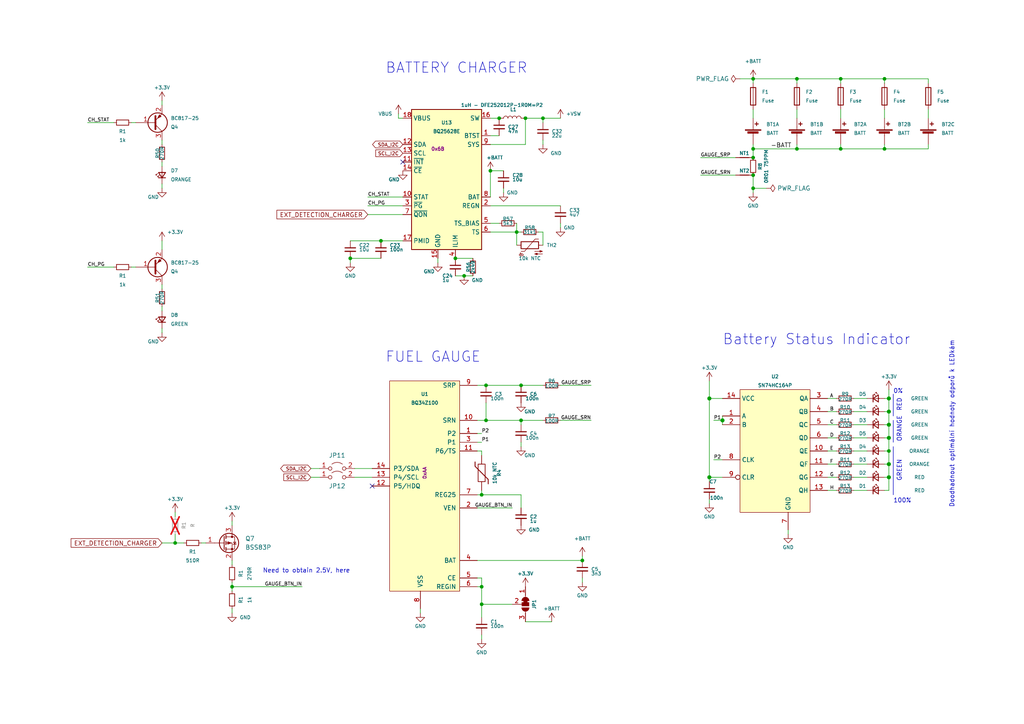
<source format=kicad_sch>
(kicad_sch (version 20230121) (generator eeschema)
  (paper "A4")
  (title_block (title "BATDATUNTI01") (rev "01A") (company "MLAB.cz") (comment 2 "Universial battery and data storage unit."))
  (junction (at 205.74 115.57) (diameter 1.016))
  (junction (at 149.86 67.31))
  (junction (at 134.62 80.01))
  (junction (at 139.7 143.51))
  (junction (at 144.78 34.29))
  (junction (at 243.84 22.86))
  (junction (at 168.91 162.56))
  (junction (at 257.81 127) (diameter 1.016))
  (junction (at 256.54 22.86))
  (junction (at 243.84 43.18))
  (junction (at 101.6 74.93))
  (junction (at 209.55 121.92) (diameter 1.016))
  (junction (at 218.44 43.18))
  (junction (at 50.8 157.48))
  (junction (at 256.54 43.18))
  (junction (at 218.44 45.72))
  (junction (at 257.81 123.19) (diameter 1.016))
  (junction (at 152.4 34.29))
  (junction (at 257.81 138.43) (diameter 1.016))
  (junction (at 231.14 22.86))
  (junction (at 257.81 130.81))
  (junction (at 205.74 138.43) (diameter 1.016))
  (junction (at 231.14 43.18))
  (junction (at 140.97 121.92))
  (junction (at 110.49 69.85))
  (junction (at 139.7 170.18))
  (junction (at 67.31 170.18))
  (junction (at 139.7 175.26))
  (junction (at 151.13 121.92))
  (junction (at 218.44 54.61))
  (junction (at 142.24 49.53))
  (junction (at 151.13 111.76))
  (junction (at 257.81 119.38) (diameter 1.016))
  (junction (at 132.08 74.93))
  (junction (at 257.81 134.62) (diameter 1.016))
  (junction (at 257.81 115.57) (diameter 1.016))
  (junction (at 218.44 22.86))
  (junction (at 140.97 111.76))
  (junction (at 157.48 34.29))
  (junction (at 218.44 50.8))
  (no_connect (at 107.95 140.97))
  (no_connect (at 116.84 46.99))
  (wire (pts (xy 218.44 45.72) (xy 218.44 43.18)))
  (wire (pts (xy 144.78 64.77) (xy 142.24 64.77)))
  (wire (pts (xy 138.43 125.73) (xy 139.7 125.73)))
  (wire (pts (xy 139.7 185.42) (xy 139.7 184.15)))
  (wire (pts (xy 106.68 62.23) (xy 116.84 62.23)))
  (wire (pts (xy 247.65 115.57) (xy 251.46 115.57)))
  (wire (pts (xy 269.24 43.18) (xy 269.24 41.91)))
  (wire (pts (xy 218.44 41.91) (xy 218.44 43.18)))
  (wire (pts (xy 209.55 121.92) (xy 207.01 121.92)))
  (wire (pts (xy 203.2 50.8) (xy 213.36 50.8)))
  (wire (pts (xy 171.45 111.76) (xy 162.56 111.76)))
  (wire (pts (xy 138.43 162.56) (xy 168.91 162.56)))
  (wire (pts (xy 269.24 22.86) (xy 269.24 24.13)))
  (wire (pts (xy 203.2 45.72) (xy 213.36 45.72)))
  (wire (pts (xy 25.4 35.56) (xy 33.02 35.56)))
  (wire (pts (xy 38.1 35.56) (xy 39.37 35.56)))
  (wire (pts (xy 149.86 67.31) (xy 151.13 67.31)))
  (wire (pts (xy 257.81 119.38) (xy 257.81 123.19)))
  (wire (pts (xy 269.24 22.86) (xy 256.54 22.86)))
  (wire (pts (xy 218.44 54.61) (xy 222.25 54.61)))
  (wire (pts (xy 138.43 143.51) (xy 139.7 143.51)))
  (wire (pts (xy 243.84 34.29) (xy 243.84 31.75)))
  (wire (pts (xy 231.14 43.18) (xy 243.84 43.18)))
  (wire (pts (xy 115.57 34.29) (xy 116.84 34.29)))
  (wire (pts (xy 256.54 119.38) (xy 257.81 119.38)))
  (wire (pts (xy 269.24 34.29) (xy 269.24 31.75)))
  (wire (pts (xy 140.97 111.76) (xy 151.13 111.76)))
  (wire (pts (xy 67.31 170.18) (xy 67.31 168.91)))
  (wire (pts (xy 205.74 110.49) (xy 205.74 115.57)))
  (wire (pts (xy 151.13 111.76) (xy 157.48 111.76)))
  (wire (pts (xy 218.44 24.13) (xy 218.44 22.86)))
  (wire (pts (xy 58.42 157.48) (xy 59.69 157.48)))
  (wire (pts (xy 50.8 157.48) (xy 53.34 157.48)))
  (wire (pts (xy 151.13 143.51) (xy 151.13 147.32)))
  (wire (pts (xy 228.6 154.94) (xy 228.6 153.67)))
  (wire (pts (xy 139.7 179.07) (xy 139.7 175.26)))
  (wire (pts (xy 137.16 74.93) (xy 132.08 74.93)))
  (wire (pts (xy 256.54 123.19) (xy 257.81 123.19)))
  (wire (pts (xy 162.56 66.04) (xy 162.56 64.77)))
  (wire (pts (xy 101.6 69.85) (xy 110.49 69.85)))
  (wire (pts (xy 218.44 55.88) (xy 218.44 54.61)))
  (wire (pts (xy 132.08 80.01) (xy 134.62 80.01)))
  (wire (pts (xy 115.57 33.02) (xy 115.57 34.29)))
  (wire (pts (xy 151.13 143.51) (xy 139.7 143.51)))
  (wire (pts (xy 168.91 162.56) (xy 168.91 161.29)))
  (wire (pts (xy 121.92 177.8) (xy 121.92 176.53)))
  (wire (pts (xy 171.45 121.92) (xy 162.56 121.92)))
  (wire (pts (xy 243.84 43.18) (xy 256.54 43.18)))
  (wire (pts (xy 138.43 130.81) (xy 139.7 130.81)))
  (wire (pts (xy 102.87 138.43) (xy 107.95 138.43)))
  (wire (pts (xy 142.24 59.69) (xy 162.56 59.69)))
  (wire (pts (xy 231.14 41.91) (xy 231.14 43.18)))
  (wire (pts (xy 218.44 34.29) (xy 218.44 31.75)))
  (wire (pts (xy 50.8 148.59) (xy 50.8 149.86)))
  (wire (pts (xy 231.14 22.86) (xy 218.44 22.86)))
  (wire (pts (xy 256.54 134.62) (xy 257.81 134.62)))
  (wire (pts (xy 139.7 167.64) (xy 139.7 170.18)))
  (wire (pts (xy 46.99 96.52) (xy 46.99 95.25)))
  (wire (pts (xy 106.68 57.15) (xy 116.84 57.15)))
  (wire (pts (xy 67.31 162.56) (xy 67.31 163.83)))
  (wire (pts (xy 168.91 168.91) (xy 168.91 167.64)))
  (wire (pts (xy 134.62 80.01) (xy 137.16 80.01)))
  (wire (pts (xy 209.55 138.43) (xy 205.74 138.43)))
  (wire (pts (xy 209.55 123.19) (xy 209.55 121.92)))
  (wire (pts (xy 256.54 127) (xy 257.81 127)))
  (wire (pts (xy 142.24 49.53) (xy 146.05 49.53)))
  (wire (pts (xy 243.84 41.91) (xy 243.84 43.18)))
  (wire (pts (xy 156.21 67.31) (xy 157.48 67.31)))
  (wire (pts (xy 25.4 77.47) (xy 33.02 77.47)))
  (wire (pts (xy 256.54 24.13) (xy 256.54 22.86)))
  (wire (pts (xy 240.03 134.62) (xy 242.57 134.62)))
  (wire (pts (xy 157.48 67.31) (xy 157.48 71.12)))
  (wire (pts (xy 152.4 34.29) (xy 157.48 34.29)))
  (wire (pts (xy 46.99 41.91) (xy 46.99 40.64)))
  (wire (pts (xy 205.74 146.05) (xy 205.74 144.78)))
  (wire (pts (xy 38.1 77.47) (xy 39.37 77.47)))
  (wire (pts (xy 209.55 121.92) (xy 209.55 120.65)))
  (wire (pts (xy 247.65 134.62) (xy 251.46 134.62)))
  (wire (pts (xy 247.65 119.38) (xy 251.46 119.38)))
  (wire (pts (xy 240.03 115.57) (xy 242.57 115.57)))
  (wire (pts (xy 151.13 129.54) (xy 151.13 128.27)))
  (wire (pts (xy 139.7 175.26) (xy 148.59 175.26)))
  (wire (pts (xy 157.48 35.56) (xy 157.48 34.29)))
  (wire (pts (xy 240.03 142.24) (xy 242.57 142.24)))
  (wire (pts (xy 67.31 171.45) (xy 67.31 170.18)))
  (wire (pts (xy 46.99 88.9) (xy 46.99 90.17)))
  (wire (pts (xy 90.17 138.43) (xy 92.71 138.43)))
  (wire (pts (xy 151.13 123.19) (xy 151.13 121.92)))
  (wire (pts (xy 149.86 64.77) (xy 149.86 67.31)))
  (wire (pts (xy 46.99 157.48) (xy 50.8 157.48)))
  (wire (pts (xy 67.31 151.13) (xy 67.31 152.4)))
  (wire (pts (xy 101.6 76.2) (xy 101.6 74.93)))
  (wire (pts (xy 240.03 127) (xy 242.57 127)))
  (wire (pts (xy 46.99 54.61) (xy 46.99 53.34)))
  (wire (pts (xy 142.24 67.31) (xy 149.86 67.31)))
  (wire (pts (xy 50.8 154.94) (xy 50.8 157.48)))
  (wire (pts (xy 106.68 59.69) (xy 116.84 59.69)))
  (wire (pts (xy 256.54 138.43) (xy 257.81 138.43)))
  (wire (pts (xy 138.43 147.32) (xy 148.59 147.32)))
  (wire (pts (xy 209.55 133.35) (xy 207.01 133.35)))
  (wire (pts (xy 102.87 135.89) (xy 107.95 135.89)))
  (wire (pts (xy 257.81 115.57) (xy 257.81 119.38)))
  (wire (pts (xy 240.03 130.81) (xy 242.57 130.81)))
  (wire (pts (xy 46.99 83.82) (xy 46.99 82.55)))
  (wire (pts (xy 152.4 34.29) (xy 152.4 41.91)))
  (wire (pts (xy 256.54 43.18) (xy 269.24 43.18)))
  (wire (pts (xy 218.44 54.61) (xy 218.44 50.8)))
  (wire (pts (xy 257.81 138.43) (xy 257.81 142.24)))
  (wire (pts (xy 138.43 167.64) (xy 139.7 167.64)))
  (wire (pts (xy 151.13 121.92) (xy 157.48 121.92)))
  (wire (pts (xy 127 76.2) (xy 127 74.93)))
  (wire (pts (xy 256.54 115.57) (xy 257.81 115.57)))
  (wire (pts (xy 149.86 67.31) (xy 149.86 71.12)))
  (wire (pts (xy 231.14 22.86) (xy 243.84 22.86)))
  (polyline (pts (xy 259.08 114.3) (xy 259.08 120.65)))
  (wire (pts (xy 256.54 130.81) (xy 257.81 130.81)))
  (wire (pts (xy 205.74 138.43) (xy 205.74 139.7)))
  (wire (pts (xy 142.24 34.29) (xy 144.78 34.29)))
  (wire (pts (xy 67.31 177.8) (xy 67.31 176.53)))
  (wire (pts (xy 247.65 130.81) (xy 251.46 130.81)))
  (wire (pts (xy 243.84 22.86) (xy 243.84 24.13)))
  (wire (pts (xy 146.05 55.88) (xy 146.05 54.61)))
  (wire (pts (xy 140.97 121.92) (xy 151.13 121.92)))
  (polyline (pts (xy 259.08 129.54) (xy 259.08 143.51)))
  (wire (pts (xy 140.97 116.84) (xy 140.97 121.92)))
  (wire (pts (xy 218.44 43.18) (xy 231.14 43.18)))
  (wire (pts (xy 139.7 130.81) (xy 139.7 132.08)))
  (wire (pts (xy 138.43 121.92) (xy 140.97 121.92)))
  (wire (pts (xy 256.54 142.24) (xy 257.81 142.24)))
  (wire (pts (xy 46.99 46.99) (xy 46.99 48.26)))
  (wire (pts (xy 138.43 170.18) (xy 139.7 170.18)))
  (wire (pts (xy 101.6 74.93) (xy 110.49 74.93)))
  (wire (pts (xy 157.48 34.29) (xy 162.56 34.29)))
  (wire (pts (xy 240.03 119.38) (xy 242.57 119.38)))
  (wire (pts (xy 257.81 127) (xy 257.81 130.81)))
  (wire (pts (xy 139.7 142.24) (xy 139.7 143.51)))
  (wire (pts (xy 247.65 123.19) (xy 251.46 123.19)))
  (wire (pts (xy 205.74 115.57) (xy 205.74 138.43)))
  (wire (pts (xy 138.43 111.76) (xy 140.97 111.76)))
  (wire (pts (xy 110.49 69.85) (xy 116.84 69.85)))
  (wire (pts (xy 90.17 135.89) (xy 92.71 135.89)))
  (wire (pts (xy 257.81 113.03) (xy 257.81 115.57)))
  (wire (pts (xy 240.03 123.19) (xy 242.57 123.19)))
  (wire (pts (xy 157.48 41.91) (xy 157.48 40.64)))
  (polyline (pts (xy 259.08 121.92) (xy 259.08 128.27)))
  (wire (pts (xy 139.7 175.26) (xy 139.7 170.18)))
  (wire (pts (xy 247.65 127) (xy 251.46 127)))
  (wire (pts (xy 46.99 29.21) (xy 46.99 30.48)))
  (wire (pts (xy 87.63 170.18) (xy 67.31 170.18)))
  (wire (pts (xy 209.55 115.57) (xy 205.74 115.57)))
  (wire (pts (xy 247.65 138.43) (xy 251.46 138.43)))
  (wire (pts (xy 257.81 123.19) (xy 257.81 127)))
  (wire (pts (xy 214.63 22.86) (xy 218.44 22.86)))
  (wire (pts (xy 142.24 39.37) (xy 144.78 39.37)))
  (wire (pts (xy 257.81 130.81) (xy 257.81 134.62)))
  (wire (pts (xy 240.03 138.43) (xy 242.57 138.43)))
  (wire (pts (xy 142.24 49.53) (xy 142.24 57.15)))
  (wire (pts (xy 138.43 128.27) (xy 139.7 128.27)))
  (wire (pts (xy 231.14 22.86) (xy 231.14 24.13)))
  (wire (pts (xy 247.65 142.24) (xy 251.46 142.24)))
  (wire (pts (xy 257.81 134.62) (xy 257.81 138.43)))
  (wire (pts (xy 256.54 22.86) (xy 243.84 22.86)))
  (wire (pts (xy 152.4 180.34) (xy 160.02 180.34)))
  (wire (pts (xy 231.14 34.29) (xy 231.14 31.75)))
  (wire (pts (xy 256.54 41.91) (xy 256.54 43.18)))
  (wire (pts (xy 142.24 41.91) (xy 152.4 41.91)))
  (wire (pts (xy 256.54 34.29) (xy 256.54 31.75)))
  (wire (pts (xy 46.99 69.85) (xy 46.99 72.39)))
  (text "Need to obtain 2.5V, here" (at 76.2 166.37 0) (effects (font (size 1.27 1.27)) (justify left bottom)))
  (text "GREEN" (at 261.62 139.7 90) (effects (font (size 1.27 1.27)) (justify left bottom)))
  (text "FUEL GAUGE" (at 111.76 105.41 0) (effects (font (size 2.9972 2.9972)) (justify left bottom)))
  (text "Doodhadnout optimální hodnoty odporů k LEDkám" (at 276.86 147.32 90) (effects (font (size 1.27 1.27)) (justify left bottom)))
  (text "0%" (at 259.08 114.3 0) (effects (font (size 1.27 1.27)) (justify left bottom)))
  (text "100%" (at 259.08 146.05 0) (effects (font (size 1.27 1.27)) (justify left bottom)))
  (text "RED" (at 261.62 119.38 90) (effects (font (size 1.27 1.27)) (justify left bottom)))
  (text "Battery Status Indicator" (at 209.55 100.33 0) (effects (font (size 2.9972 2.9972)) (justify left bottom)))
  (text "ORANGE" (at 261.62 128.27 90) (effects (font (size 1.27 1.27)) (justify left bottom)))
  (text "BATTERY CHARGER" (at 111.76 21.59 0) (effects (font (size 2.9972 2.9972)) (justify left bottom)))
  (label "CH_PG" (at 106.68 59.69 0) (effects (font (size 1 1))))
  (label "B" (at 240.665 119.38 0) (effects (font (size 1 1))))
  (label "-BATT" (at 223.52 43.18 0))
  (label "D" (at 240.665 127 0) (effects (font (size 1 1))))
  (label "F" (at 240.665 134.62 0) (effects (font (size 1 1))))
  (label "E" (at 240.665 130.81 0) (effects (font (size 1 1))))
  (label "GAUGE_BTN_IN" (at 87.63 170.18 180) (effects (font (size 1 1))))
  (label "A" (at 240.665 115.57 0) (effects (font (size 1 1))))
  (label "CH_STAT" (at 25.4 35.56 0) (effects (font (size 1 1))))
  (label "P1" (at 139.7 128.27 0) (effects (font (size 1 1))))
  (label "G" (at 240.665 138.43 0) (effects (font (size 1 1))))
  (label "P2" (at 139.7 125.73 0) (effects (font (size 1 1))))
  (label "P1" (at 207.01 121.92 0) (effects (font (size 1 1))))
  (label "GAUGE_BTN_IN" (at 148.59 147.32 180) (effects (font (size 1 1))))
  (label "P2" (at 207.01 133.35 0) (effects (font (size 1 1))))
  (label "GAUGE_SRN" (at 171.45 121.92 180) (effects (font (size 1 1))))
  (label "GAUGE_SRN" (at 203.2 50.8 0) (effects (font (size 1 1))))
  (label "GAUGE_SRP" (at 171.45 111.76 180) (effects (font (size 1 1))))
  (label "H" (at 240.665 142.24 0) (effects (font (size 1 1))))
  (label "CH_STAT" (at 106.68 57.15 0) (effects (font (size 1 1))))
  (label "C" (at 240.665 123.19 0) (effects (font (size 1 1))))
  (label "GAUGE_SRP" (at 203.2 45.72 0) (effects (font (size 1 1))))
  (label "CH_PG" (at 25.4 77.47 0) (effects (font (size 1 1))))
  (global_label "SDA_I2C" (shape bidirectional) (at 90.17 135.89 180) (effects (font (size 1 1))) (property "Intersheetrefs" "${INTERSHEET_REFS}" (effects hide)))
  (global_label "EXT_DETECTION_CHARGER" (shape input) (at 106.68 62.23 180) (property "Intersheetrefs" "${INTERSHEET_REFS}" (effects hide)))
  (global_label "SDA_I2C" (shape bidirectional) (at 116.84 41.91 180) (effects (font (size 1 1))) (property "Intersheetrefs" "${INTERSHEET_REFS}" (effects hide)))
  (global_label "SCL_I2C" (shape input) (at 116.84 44.45 180) (effects (font (size 1 1))) (property "Intersheetrefs" "${INTERSHEET_REFS}" (effects hide)))
  (global_label "SCL_I2C" (shape input) (at 90.17 138.43 180) (effects (font (size 1 1))) (property "Intersheetrefs" "${INTERSHEET_REFS}" (effects hide)))
  (global_label "EXT_DETECTION_CHARGER" (shape input) (at 46.99 157.48 180) (property "Intersheetrefs" "${INTERSHEET_REFS}" (effects hide)))
  (symbol (lib_id "Device:R_Small") (at 245.11 130.81 270) (unit 1)
    (property "Reference" "R13" (at 245.11 129.54 90) (effects (font (size 1 1))))
    (property "Value" "270R" (at 245.1354 130.9878 90) (effects (font (size 1 1))))
    (property "Footprint" "Resistor_SMD:R_0805_2012Metric" (effects hide))
    (property "UST_ID" "5c70984512875079b91f8983" (effects hide))
    (instances (project "fuel_gauge" (path "" (reference "R13") (unit 1))) (project "BATDATUNIT01" (path "" (reference "R66") (unit 1))))
  )
  (symbol (lib_id "power:+3.3V") (at 50.8 148.59 0) (unit 1)
    (property "Reference" "#PWR?" (effects hide))
    (property "Value" "+3.3V" (at 50.8 144.78 0) (effects (font (size 1 1))))
    (instances (project "Peripherals" (path "" (reference "#PWR?") (unit 1))) (project "BATDATUNIT01" (path "" (reference "#PWR015") (unit 1)) (path "" (reference "#PWR0112") (unit 1))) (project "DATALOGGER02" (path "" (reference "#PWR?") (unit 1))))
  )
  (symbol (lib_id "Device:C_Small") (at 168.91 165.1 0) (unit 1)
    (property "Reference" "C5" (at 171.45 165.1 0) (effects (font (size 1 1)) (justify left)))
    (property "Value" "3n3" (at 171.45 166.37 0) (effects (font (size 1 1)) (justify left)))
    (property "Footprint" "Capacitor_SMD:C_0805_2012Metric" (effects hide))
    (property "UST_ID" "5c70984712875079b91f8b47" (effects hide))
    (instances (project "fuel_gauge" (path "" (reference "C5") (unit 1))) (project "BATDATUNIT01" (path "" (reference "C34") (unit 1))))
  )
  (symbol (lib_id "LION2CELL01D-rescue:GND") (at 121.92 177.8 0) (unit 1)
    (property "Reference" "#PWR0110" (effects hide))
    (property "Value" "GND" (at 121.92 181.61 0) (effects (font (size 1 1))))
    (instances (project "fuel_gauge" (path "" (reference "#PWR0110") (unit 1))) (project "BATDATUNIT01" (path "" (reference "#PWR0118") (unit 1))))
  )
  (symbol (lib_id "Device:C_Small") (at 151.13 125.73 0) (unit 1)
    (property "Reference" "C4" (at 153.67 125.73 0) (effects (font (size 1 1)) (justify left)))
    (property "Value" "100n" (at 152.4 127 0) (effects (font (size 1 1)) (justify left)))
    (property "Footprint" "Capacitor_SMD:C_0805_2012Metric" (effects hide))
    (property "UST_ID" "5c70984712875079b91f8b4c" (effects hide))
    (instances (project "fuel_gauge" (path "" (reference "C4") (unit 1))) (project "BATDATUNIT01" (path "" (reference "C30") (unit 1))))
  )
  (symbol (lib_id "Device:R_Small") (at 46.99 86.36 0) (unit 1)
    (property "Reference" "R51" (at 45.72 86.36 90) (effects (font (size 1 1))))
    (property "Value" "270R" (at 46.99 86.36 90) (effects (font (size 1 1))))
    (property "Footprint" "Resistor_SMD:R_0805_2012Metric" (effects hide))
    (property "UST_ID" "5c70984512875079b91f8983" (effects hide))
  )
  (symbol (lib_id "Device:R_Small") (at 245.11 134.62 270) (unit 1)
    (property "Reference" "R11" (at 245.11 133.35 90) (effects (font (size 1 1))))
    (property "Value" "270R" (at 245.1354 134.7978 90) (effects (font (size 1 1))))
    (property "Footprint" "Resistor_SMD:R_0805_2012Metric" (effects hide))
    (property "UST_ID" "5c70984512875079b91f8983" (effects hide))
    (instances (project "fuel_gauge" (path "" (reference "R11") (unit 1))) (project "BATDATUNIT01" (path "" (reference "R67") (unit 1))))
  )
  (symbol (lib_id "Device:Q_PNP_BEC") (at 44.45 77.47 0) (mirror x) (unit 1)
    (property "Reference" "Q4" (at 49.53 78.74 0) (effects (font (size 1 1)) (justify left)))
    (property "Value" "BC817-25" (at 49.53 76.2 0) (effects (font (size 1 1)) (justify left)))
    (property "Footprint" "Package_TO_SOT_SMD:SOT-23-3" (effects hide))
    (property "Sim.Device" "NPN" (effects hide))
    (property "Sim.Type" "GUMMELPOON" (effects hide))
    (property "Sim.Pins" "1=C 2=B 3=E" (effects hide))
    (property "UST_ID" "5c70984712875079b91f8aeb" (effects hide))
    (instances (project "BATDATUNIT01" (path "" (reference "Q4") (unit 1)) (path "" (reference "Q5") (unit 1))))
  )
  (symbol (lib_id "Device:C_Small") (at 139.7 181.61 0) (unit 1)
    (property "Reference" "C1" (at 142.24 180.34 0) (effects (font (size 1 1)) (justify left)))
    (property "Value" "100n" (at 142.24 181.61 0) (effects (font (size 1 1)) (justify left)))
    (property "Footprint" "Capacitor_SMD:C_0805_2012Metric" (effects hide))
    (property "UST_ID" "5c70984712875079b91f8b4c" (effects hide))
    (instances (project "fuel_gauge" (path "" (reference "C1") (unit 1))) (project "BATDATUNIT01" (path "" (reference "C25") (unit 1))))
  )
  (symbol (lib_id "Device:R_Small") (at 245.11 142.24 270) (unit 1)
    (property "Reference" "R13" (at 245.11 140.97 90) (effects (font (size 1 1))))
    (property "Value" "270R" (at 245.1354 142.4178 90) (effects (font (size 1 1))))
    (property "Footprint" "Resistor_SMD:R_0805_2012Metric" (effects hide))
    (property "UST_ID" "5c70984512875079b91f8983" (effects hide))
    (instances (project "fuel_gauge" (path "" (reference "R13") (unit 1))) (project "BATDATUNIT01" (path "" (reference "R69") (unit 1))))
  )
  (symbol (lib_id "Device:C_Small") (at 132.08 77.47 0) (unit 1)
    (property "Reference" "C24" (at 128.27 80.01 0) (effects (font (size 1 1)) (justify left)))
    (property "Value" "1u" (at 128.27 81.28 0) (effects (font (size 1 1)) (justify left)))
    (property "Footprint" "Capacitor_SMD:C_0805_2012Metric" (effects hide))
    (property "UST_ID" "5c70984712875079b91f8b50" (effects hide))
  )
  (symbol (lib_id "power:GND") (at 116.84 49.53 0) (unit 1)
    (property "Reference" "#PWR0117" (effects hide))
    (property "Value" "GND" (at 114.3 52.07 0) (effects (font (size 1 1))))
  )
  (symbol (lib_id "power:+3.3V") (at 46.99 69.85 0) (unit 1)
    (property "Reference" "#PWR?" (effects hide))
    (property "Value" "+3.3V" (at 50.8 67.31 0) (effects (font (size 1 1))))
    (instances (project "Peripherals" (path "" (reference "#PWR?") (unit 1))) (project "BATDATUNIT01" (path "" (reference "#PWR015") (unit 1)) (path "" (reference "#PWR0110") (unit 1))) (project "DATALOGGER02" (path "" (reference "#PWR?") (unit 1))))
  )
  (symbol (lib_id "Jumper:Jumper_2_Open") (at 97.79 135.89 0) (unit 1)
    (property "Reference" "JP11" (at 97.79 132.08 0))
    (property "Value" "Jumper_2_Open" (effects hide))
    (property "Footprint" "Jumper:SolderJumper-2_P1.3mm_Open_RoundedPad1.0x1.5mm" (effects hide))
  )
  (symbol (lib_id "power:GND") (at 162.56 66.04 0) (unit 1)
    (property "Reference" "#PWR0131" (effects hide))
    (property "Value" "GND" (at 165.1 66.04 0) (effects (font (size 1 1))))
  )
  (symbol (lib_id "Device:NetTie_2") (at 215.9 45.72 0) (unit 1) (in_bom no)
    (property "Reference" "NT1" (at 215.9 44.45 0) (effects (font (size 1 1))))
    (property "Value" "NetTie_2" (effects hide))
    (property "Footprint" "NetTie:NetTie-2_SMD_Pad0.5mm" (effects hide))
    (property "UST_ID" "x" (effects hide))
  )
  (symbol (lib_id "Device:LED_Small") (at 254 123.19 0) (unit 1)
    (property "Reference" "D3" (at 250.19 121.92 0) (effects (font (size 1 1))))
    (property "Value" "GREEN" (at 266.7 123.19 0) (effects (font (size 1 1))))
    (property "Footprint" "Mlab_D:SMD_LED_RIGHT_KINGBRIGHT_1605" (effects hide))
    (property "UST_ID" "65481f0c462c6d9e72056b3d" (effects hide))
    (instances (project "fuel_gauge" (path "" (reference "D3") (unit 1))) (project "BATDATUNIT01" (path "" (reference "D11") (unit 1))))
  )
  (symbol (lib_id "MLAB_BATERY:3xBATT") (at 256.54 39.37 0) (unit 2)
    (property "Reference" "BT2" (at 260.35 36.068 0) (effects (font (size 1 1)) (justify left)))
    (property "Value" "BATT" (at 260.35 38.608 0) (effects (font (size 1 1)) (justify left)))
    (property "Footprint" "Mlab_Batery:BAT_BK-18650-PC6" (effects hide))
    (property "UST_ID" "63567f66c8e7b5bbef872ce1" (effects hide))
  )
  (symbol (lib_id "Device:R_Small") (at 67.31 173.99 180) (unit 1)
    (property "Reference" "R1" (at 69.85 173.99 90) (effects (font (size 1 1))))
    (property "Value" "1k" (at 72.39 173.99 90) (effects (font (size 1 1))))
    (property "Footprint" "Resistor_SMD:R_0805_2012Metric" (effects hide))
    (property "UST_ID" "5c70984512875079b91f898c" (effects hide))
    (instances (project "BATDATUNIT01" (path "" (reference "R1") (unit 1)) (path "" (reference "R55") (unit 1))))
  )
  (symbol (lib_id "Device:R_Small") (at 35.56 77.47 90) (unit 1)
    (property "Reference" "R1" (at 35.56 80.01 90) (effects (font (size 1 1))))
    (property "Value" "1k" (at 35.56 82.55 90) (effects (font (size 1 1))))
    (property "Footprint" "Resistor_SMD:R_0805_2012Metric" (effects hide))
    (property "UST_ID" "5c70984512875079b91f898c" (effects hide))
    (instances (project "BATDATUNIT01" (path "" (reference "R1") (unit 1)) (path "" (reference "R49") (unit 1))))
  )
  (symbol (lib_id "power:GND") (at 46.99 54.61 0) (unit 1)
    (property "Reference" "#PWR028" (effects hide))
    (property "Value" "GND" (at 44.45 57.15 0) (effects (font (size 1 1))))
    (instances (project "BATDATUNIT01" (path "" (reference "#PWR028") (unit 1)) (path "" (reference "#PWR0109") (unit 1))) (project "USBPDSINK01" (path "" (reference "#PWR01") (unit 1))))
  )
  (symbol (lib_id "Device:C_Small") (at 144.78 36.83 0) (unit 1)
    (property "Reference" "C27" (at 147.32 36.83 0) (effects (font (size 1 1)) (justify left)))
    (property "Value" "47n" (at 147.32 38.0937 0) (effects (font (size 1 1)) (justify left)))
    (property "Footprint" "Capacitor_SMD:C_0805_2012Metric" (effects hide))
    (property "UST_ID" "65482046462c6d9e72056b98" (effects hide))
  )
  (symbol (lib_id "Device:Fuse") (at 269.24 27.94 0) (unit 1)
    (property "Reference" "F5" (at 271.78 26.67 0) (effects (font (size 1 1)) (justify left)))
    (property "Value" "Fuse" (at 271.78 29.21 0) (effects (font (size 1 1)) (justify left)))
    (property "Footprint" "Fuse:Fuseholder_Littelfuse_Nano2_154x" (effects hide))
    (property "Datasheet" "https://cz.mouser.com/datasheet/2/240/media-3321028.pdf" (effects hide))
    (property "UST_ID" "5c70984512875079b91f88d8" (effects hide))
  )
  (symbol (lib_id "LION2CELL01D-rescue:GND") (at 151.13 129.54 0) (unit 1)
    (property "Reference" "#PWR0106" (effects hide))
    (property "Value" "GND" (at 153.67 132.08 0) (effects (font (size 1 1))))
    (instances (project "fuel_gauge" (path "" (reference "#PWR0106") (unit 1))) (project "BATDATUNIT01" (path "" (reference "#PWR0125") (unit 1))))
  )
  (symbol (lib_id "power:PWR_FLAG") (at 214.63 22.86 90) (unit 1)
    (property "Reference" "#FLG03" (effects hide))
    (property "Value" "PWR_FLAG" (at 211.4551 22.86 90) (effects (justify left)))
  )
  (symbol (lib_id "power:VBUS") (at 115.57 33.02 0) (unit 1)
    (property "Reference" "#PWR013" (effects hide))
    (property "Value" "VBUS" (at 111.76 33.02 0) (effects (font (size 1 1))))
    (instances (project "BATDATUNIT01" (path "" (reference "#PWR013") (unit 1)) (path "" (reference "#PWR0116") (unit 1))) (project "USBPDSINK01" (path "" (reference "#PWR08") (unit 1))))
  )
  (symbol (lib_id "Device:C_Small") (at 140.97 114.3 0) (unit 1)
    (property "Reference" "C3" (at 143.51 114.3 0) (effects (font (size 1 1)) (justify left)))
    (property "Value" "100n" (at 142.24 115.57 0) (effects (font (size 1 1)) (justify left)))
    (property "Footprint" "Capacitor_SMD:C_0805_2012Metric" (effects hide))
    (property "UST_ID" "5c70984712875079b91f8b4c" (effects hide))
    (instances (project "fuel_gauge" (path "" (reference "C3") (unit 1))) (project "BATDATUNIT01" (path "" (reference "C26") (unit 1))))
  )
  (symbol (lib_id "Device:R_Small") (at 147.32 64.77 90) (unit 1)
    (property "Reference" "R57" (at 147.32 63.5 90) (effects (font (size 1 1))))
    (property "Value" "5k3" (at 147.32 64.77 90) (effects (font (size 1 1))))
    (property "Footprint" "Resistor_SMD:R_0805_2012Metric" (effects hide))
    (property "UST_ID" "5fa0fc3e12875025b3977997" (effects hide))
  )
  (symbol (lib_id "power:GND") (at 46.99 96.52 0) (unit 1)
    (property "Reference" "#PWR028" (effects hide))
    (property "Value" "GND" (at 44.45 99.06 0) (effects (font (size 1 1))))
    (instances (project "BATDATUNIT01" (path "" (reference "#PWR028") (unit 1)) (path "" (reference "#PWR0111") (unit 1))) (project "USBPDSINK01" (path "" (reference "#PWR01") (unit 1))))
  )
  (symbol (lib_id "power:+3.3V") (at 46.99 29.21 0) (unit 1)
    (property "Reference" "#PWR?" (effects hide))
    (property "Value" "+3.3V" (at 46.99 25.4 0) (effects (font (size 1 1))))
    (instances (project "Peripherals" (path "" (reference "#PWR?") (unit 1))) (project "BATDATUNIT01" (path "" (reference "#PWR015") (unit 1)) (path "" (reference "#PWR0108") (unit 1))) (project "DATALOGGER02" (path "" (reference "#PWR?") (unit 1))))
  )
  (symbol (lib_id "MLAB_BATERY:3xBATT") (at 243.84 39.37 0) (unit 1)
    (property "Reference" "BT2" (at 247.65 36.0679 0) (effects (font (size 1 1)) (justify left)))
    (property "Value" "BATT" (at 247.65 38.6079 0) (effects (font (size 1 1)) (justify left)))
    (property "Footprint" "Mlab_Batery:BAT_BK-18650-PC6" (effects hide))
    (property "UST_ID" "63567f66c8e7b5bbef872ce1" (effects hide))
  )
  (symbol (lib_id "MLAB_BATERY:2xBATT") (at 218.44 39.37 0) (unit 1)
    (property "Reference" "BT1" (at 222.25 36.0679 0) (effects (font (size 1 1)) (justify left)))
    (property "Value" "BATT" (at 222.25 38.6079 0) (effects (font (size 1 1)) (justify left)))
    (property "Footprint" "Mlab_Batery:BAT_BK-18650-PC4" (effects hide))
    (property "UST_ID" "5c70984412875079b91f87e9" (effects hide))
  )
  (symbol (lib_id "Device:LED_Small") (at 254 130.81 0) (unit 1)
    (property "Reference" "D4" (at 250.19 129.54 0) (effects (font (size 1 1))))
    (property "Value" "ORANGE" (at 266.7 130.81 0) (effects (font (size 1 1))))
    (property "Footprint" "Mlab_D:SMD_LED_RIGHT_KINGBRIGHT_1605" (effects hide))
    (property "UST_ID" "65481fdd462c6d9e72056b6a" (effects hide))
    (instances (project "fuel_gauge" (path "" (reference "D4") (unit 1))) (project "BATDATUNIT01" (path "" (reference "D13") (unit 1))))
  )
  (symbol (lib_id "Device:C_Small") (at 151.13 149.86 0) (unit 1)
    (property "Reference" "C2" (at 153.67 149.86 0) (effects (font (size 1 1)) (justify left)))
    (property "Value" "1u" (at 153.67 151.13 0) (effects (font (size 1 1)) (justify left)))
    (property "Footprint" "Capacitor_SMD:C_0805_2012Metric" (effects hide))
    (property "UST_ID" "5c70984712875079b91f8b50" (effects hide))
    (instances (project "fuel_gauge" (path "" (reference "C2") (unit 1))) (project "BATDATUNIT01" (path "" (reference "C31") (unit 1))))
  )
  (symbol (lib_id "Device:R_Small") (at 35.56 35.56 90) (unit 1)
    (property "Reference" "R1" (at 35.56 38.1 90) (effects (font (size 1 1))))
    (property "Value" "1k" (at 35.56 40.64 90) (effects (font (size 1 1))))
    (property "Footprint" "Resistor_SMD:R_0805_2012Metric" (effects hide))
    (property "UST_ID" "5c70984512875079b91f898c" (effects hide))
    (instances (project "BATDATUNIT01" (path "" (reference "R1") (unit 1)) (path "" (reference "R48") (unit 1))))
  )
  (symbol (lib_id "Device:LED_Small") (at 46.99 92.71 90) (unit 1)
    (property "Reference" "D8" (at 49.53 91.3765 90) (effects (font (size 1 1)) (justify right)))
    (property "Value" "GREEN" (at 49.53 93.98 90) (effects (font (size 1 1)) (justify right)))
    (property "Footprint" "Mlab_D:SMD_LED_RIGHT_KINGBRIGHT_1605" (effects hide))
    (property "UST_ID" "65481f0c462c6d9e72056b3d" (effects hide))
  )
  (symbol (lib_id "Device:Fuse") (at 243.84 27.94 0) (unit 1)
    (property "Reference" "F3" (at 246.38 26.67 0) (effects (font (size 1 1)) (justify left)))
    (property "Value" "Fuse" (at 246.38 29.21 0) (effects (font (size 1 1)) (justify left)))
    (property "Footprint" "Fuse:Fuseholder_Littelfuse_Nano2_154x" (effects hide))
    (property "Datasheet" "https://cz.mouser.com/datasheet/2/240/media-3321028.pdf" (effects hide))
    (property "UST_ID" "5c70984512875079b91f88d8" (effects hide))
  )
  (symbol (lib_id "LION2CELL01D-rescue:BQ34Z100") (at 121.92 127 0) (unit 1)
    (property "Reference" "U1" (at 123.19 114.3 0) (effects (font (size 1 1))))
    (property "Value" "BQ34Z100" (at 123.19 116.84 0) (effects (font (size 1 1))))
    (property "Footprint" "Mlab_IO:TSSOP-14_4.4x5mm_Pitch0.65mm" (effects hide))
    (property "Datasheet" "https://www.ti.com/lit/ds/symlink/bq34z100-g1.pdf" (effects hide))
    (property "UST_ID" "5c70984612875079b91f89c3" (effects hide))
    (property "Height" "1,2" (effects hide))
    (property "I2C" "0xAA" (at 123.19 137.16 90) (effects (font (size 1 1))))
    (instances (project "fuel_gauge" (path "" (reference "U1") (unit 1))) (project "BATDATUNIT01" (path "" (reference "U12") (unit 1))))
  )
  (symbol (lib_id "Device:Q_PMOS_GSD") (at 64.77 157.48 0) (unit 1)
    (property "Reference" "Q7" (at 71.12 156.21 0) (effects (justify left)))
    (property "Value" "BSS83P" (at 71.12 158.75 0) (effects (justify left)))
    (property "Footprint" "Package_TO_SOT_SMD:SOT-23" (effects hide))
    (property "UST_ID" "5c70984712875079b91f8ae6" (effects hide))
  )
  (symbol (lib_id "Device:LED_Small") (at 254 115.57 0) (unit 1)
    (property "Reference" "D5" (at 250.19 114.3 0) (effects (font (size 1 1))))
    (property "Value" "GREEN" (at 266.7 115.57 0) (effects (font (size 1 1))))
    (property "Footprint" "Mlab_D:SMD_LED_RIGHT_KINGBRIGHT_1605" (effects hide))
    (property "UST_ID" "65481f0c462c6d9e72056b3d" (effects hide))
    (instances (project "fuel_gauge" (path "" (reference "D5") (unit 1))) (project "BATDATUNIT01" (path "" (reference "D9") (unit 1))))
  )
  (symbol (lib_id "LION2CELL01D-rescue:GND") (at 139.7 185.42 0) (unit 1)
    (property "Reference" "#PWR0109" (effects hide))
    (property "Value" "GND" (at 139.7 189.23 0) (effects (font (size 1 1))))
    (instances (project "fuel_gauge" (path "" (reference "#PWR0109") (unit 1))) (project "BATDATUNIT01" (path "" (reference "#PWR0121") (unit 1))))
  )
  (symbol (lib_id "Jumper:SolderJumper_3_Bridged12") (at 152.4 175.26 270) (unit 1)
    (property "Reference" "JP1" (at 154.94 175.26 0) (effects (font (size 1 1))))
    (property "Value" "Jumper_3_Bridged12" (effects hide))
    (property "Footprint" "Jumper:SolderJumper-3_P1.3mm_Bridged2Bar12_RoundedPad1.0x1.5mm" (effects hide))
    (property "UST_ID" "x" (effects hide))
    (instances (project "BATDATUNIT01" (path "" (reference "JP1") (unit 1)) (path "" (reference "JP5") (unit 1))))
  )
  (symbol (lib_id "Device:R_Small") (at 160.02 111.76 270) (unit 1)
    (property "Reference" "R6" (at 160.02 110.49 90) (effects (font (size 1 1))))
    (property "Value" "100R" (at 160.0454 111.9378 90) (effects (font (size 1 1))))
    (property "Footprint" "Resistor_SMD:R_0805_2012Metric" (effects hide))
    (property "UST_ID" "5c70984512875079b91f8977" (effects hide))
    (instances (project "fuel_gauge" (path "" (reference "R6") (unit 1))) (project "BATDATUNIT01" (path "" (reference "R59") (unit 1))))
  )
  (symbol (lib_id "Device:R_Small") (at 55.88 157.48 90) (unit 1)
    (property "Reference" "R1" (at 55.88 160.02 90) (effects (font (size 1 1))))
    (property "Value" "510R" (at 55.88 162.56 90) (effects (font (size 1 1))))
    (property "Footprint" "Resistor_SMD:R_0805_2012Metric" (effects hide))
    (property "UST_ID" "5c70984512875079b91f8988" (effects hide))
    (instances (project "BATDATUNIT01" (path "" (reference "R1") (unit 1)) (path "" (reference "R53") (unit 1))))
  )
  (symbol (lib_id "Device:R_Small") (at 218.44 48.26 0) (unit 1)
    (property "Reference" "R8" (at 220.472 48.26 90) (effects (font (size 1 1))))
    (property "Value" "0R01 75PPM" (at 222.25 48.26 90) (effects (font (size 1 1))))
    (property "Footprint" "Resistor_SMD:R_2512_6332Metric" (effects hide))
    (property "UST_ID" "5c70984712875079b91f8abf" (effects hide))
    (instances (project "fuel_gauge" (path "" (reference "R8") (unit 1))) (project "BATDATUNIT01" (path "" (reference "R61") (unit 1))))
  )
  (symbol (lib_id "power:+3.3V") (at 152.4 170.18 0) (unit 1)
    (property "Reference" "#PWR?" (effects hide))
    (property "Value" "+3.3V" (at 152.4 166.37 0) (effects (font (size 1 1))))
    (instances (project "Peripherals" (path "" (reference "#PWR?") (unit 1))) (project "BATDATUNIT01" (path "" (reference "#PWR015") (unit 1)) (path "" (reference "#PWR0127") (unit 1))) (project "DATALOGGER02" (path "" (reference "#PWR?") (unit 1))))
  )
  (symbol (lib_id "power:GND") (at 157.48 41.91 0) (unit 1)
    (property "Reference" "#PWR0128" (effects hide))
    (property "Value" "GND" (at 161.29 44.45 0) (effects (font (size 1 1))))
  )
  (symbol (lib_id "Device:R_Small") (at 245.11 115.57 270) (unit 1)
    (property "Reference" "R9" (at 245.11 114.3 90) (effects (font (size 1 1))))
    (property "Value" "270R" (at 245.1354 115.7478 90) (effects (font (size 1 1))))
    (property "Footprint" "Resistor_SMD:R_0805_2012Metric" (effects hide))
    (property "UST_ID" "5c70984512875079b91f8983" (effects hide))
    (instances (project "fuel_gauge" (path "" (reference "R9") (unit 1))) (project "BATDATUNIT01" (path "" (reference "R62") (unit 1))))
  )
  (symbol (lib_id "Device:Thermistor") (at 139.7 137.16 180) (unit 1)
    (property "Reference" "R4" (at 144.78 137.16 90) (effects (font (size 1 1))))
    (property "Value" "10k NTC" (at 143.51 137.16 90) (effects (font (size 1 1))))
    (property "Footprint" "Resistor_SMD:R_0805_2012Metric" (effects hide))
    (property "UST_ID" "5c70984712875079b91f8ac5" (effects hide))
    (instances (project "fuel_gauge" (path "" (reference "R4") (unit 1))) (project "BATDATUNIT01" (path "" (reference "TH1") (unit 1))))
  )
  (symbol (lib_id "power:+VSW") (at 162.56 34.29 0) (unit 1)
    (property "Reference" "#PWR0130" (effects hide))
    (property "Value" "+VSW" (at 166.37 33.02 0) (effects (font (size 1 1))))
  )
  (symbol (lib_id "Device:R_Small") (at 50.8 152.4 180) (unit 1) (in_bom no) (dnp yes)
    (property "Reference" "R1" (at 53.34 152.4 90) (effects (font (size 1 1))))
    (property "Value" "R" (at 55.88 152.4 90) (effects (font (size 1 1))))
    (property "Footprint" "Resistor_SMD:R_0805_2012Metric" (effects hide))
    (property "UST_ID" "x" (effects hide))
    (instances (project "BATDATUNIT01" (path "" (reference "R1") (unit 1)) (path "" (reference "R52") (unit 1))))
  )
  (symbol (lib_id "power:PWR_FLAG") (at 222.25 54.61 270) (unit 1)
    (property "Reference" "#FLG04" (effects hide))
    (property "Value" "PWR_FLAG" (at 225.425 54.61 90) (effects (justify left)))
  )
  (symbol (lib_id "power:+BATT") (at 168.91 161.29 0) (unit 1)
    (property "Reference" "#PWR0132" (effects hide))
    (property "Value" "+BATT" (at 168.91 156.21 0) (effects (font (size 1 1))))
  )
  (symbol (lib_id "MLAB_IO:BQ25628E") (at 129.54 49.53 0) (unit 1)
    (property "Reference" "U13" (at 129.54 35.56 0) (effects (font (size 1 1))))
    (property "Value" "BQ25628E" (at 129.54 38.1 0) (effects (font (size 1 1))))
    (property "Footprint" "Mlab_IO:Texas_S-WQFN-HR-18" (effects hide))
    (property "Datasheet" "https://www.ti.com/lit/ds/symlink/bq25628e.pdf" (effects hide))
    (property "I2C" "0x6B" (at 127 43.18 0) (effects (font (size 1 1))))
    (property "UST_ID" "65481a71462c6d9e72056aa4" (effects hide))
  )
  (symbol (lib_id "Device:R_Small") (at 245.11 127 270) (unit 1)
    (property "Reference" "R12" (at 245.11 125.73 90) (effects (font (size 1 1))))
    (property "Value" "270R" (at 245.1354 127.1778 90) (effects (font (size 1 1))))
    (property "Footprint" "Resistor_SMD:R_0805_2012Metric" (effects hide))
    (property "UST_ID" "5c70984512875079b91f8983" (effects hide))
    (instances (project "fuel_gauge" (path "" (reference "R12") (unit 1))) (project "BATDATUNIT01" (path "" (reference "R65") (unit 1))))
  )
  (symbol (lib_id "Device:LED_Small") (at 254 142.24 0) (unit 1)
    (property "Reference" "D1" (at 250.19 140.97 0) (effects (font (size 1 1))))
    (property "Value" "RED" (at 266.7 142.24 0) (effects (font (size 1 1))))
    (property "Footprint" "Mlab_D:SMD_LED_RIGHT_KINGBRIGHT_1605" (effects hide))
    (property "UST_ID" "65481f96462c6d9e72056b54" (effects hide))
    (instances (project "fuel_gauge" (path "" (reference "D1") (unit 1))) (project "BATDATUNIT01" (path "" (reference "D16") (unit 1))))
  )
  (symbol (lib_id "Device:R_Small") (at 137.16 77.47 0) (unit 1)
    (property "Reference" "R56" (at 135.89 77.47 90) (effects (font (size 1 1))))
    (property "Value" "2k49" (at 137.16 77.47 90) (effects (font (size 1 1))))
    (property "Footprint" "Resistor_SMD:R_0805_2012Metric" (effects hide))
    (property "UST_ID" "5c70984612875079b91f8991" (effects hide))
  )
  (symbol (lib_id "Device:LED_Small") (at 254 134.62 0) (unit 1)
    (property "Reference" "D3" (at 250.19 133.35 0) (effects (font (size 1 1))))
    (property "Value" "ORANGE" (at 266.7 134.62 0) (effects (font (size 1 1))))
    (property "Footprint" "Mlab_D:SMD_LED_RIGHT_KINGBRIGHT_1605" (effects hide))
    (property "UST_ID" "65481fdd462c6d9e72056b6a" (effects hide))
    (instances (project "fuel_gauge" (path "" (reference "D3") (unit 1))) (project "BATDATUNIT01" (path "" (reference "D14") (unit 1))))
  )
  (symbol (lib_id "power:GND") (at 146.05 55.88 0) (unit 1)
    (property "Reference" "#PWR0123" (effects hide))
    (property "Value" "GND" (at 148.59 55.88 0) (effects (font (size 1 1))))
  )
  (symbol (lib_id "Device:Thermistor_NTC") (at 153.67 71.12 90) (unit 1)
    (property "Reference" "TH2" (at 160.02 71.12 90) (effects (font (size 1 1))))
    (property "Value" "10k NTC" (at 153.67 74.93 90) (effects (font (size 1 1))))
    (property "Footprint" "Resistor_SMD:R_0805_2012Metric" (effects hide))
    (property "UST_ID" "5c70984712875079b91f8ac5" (effects hide))
  )
  (symbol (lib_id "Device:C_Small") (at 101.6 72.39 0) (unit 1)
    (property "Reference" "C22" (at 104.14 71.1263 0) (effects (font (size 1 1)) (justify left)))
    (property "Value" "10u" (at 104.14 72.39 0) (effects (font (size 1 1)) (justify left)))
    (property "Footprint" "Capacitor_SMD:C_0805_2012Metric" (effects hide))
    (property "UST_ID" "5c70984712875079b91f8b53" (effects hide))
  )
  (symbol (lib_id "Device:R_Small") (at 245.11 119.38 270) (unit 1)
    (property "Reference" "R10" (at 245.11 118.11 90) (effects (font (size 1 1))))
    (property "Value" "270R" (at 245.1354 119.5578 90) (effects (font (size 1 1))))
    (property "Footprint" "Resistor_SMD:R_0805_2012Metric" (effects hide))
    (property "UST_ID" "5c70984512875079b91f8983" (effects hide))
    (instances (project "fuel_gauge" (path "" (reference "R10") (unit 1))) (project "BATDATUNIT01" (path "" (reference "R63") (unit 1))))
  )
  (symbol (lib_id "LION2CELL01D-rescue:GND") (at 168.91 168.91 0) (unit 1)
    (property "Reference" "#PWR0113" (effects hide))
    (property "Value" "GND" (at 168.91 172.72 0) (effects (font (size 1 1))))
    (instances (project "fuel_gauge" (path "" (reference "#PWR0113") (unit 1))) (project "BATDATUNIT01" (path "" (reference "#PWR0133") (unit 1))))
  )
  (symbol (lib_id "Device:LED_Small") (at 254 119.38 0) (unit 1)
    (property "Reference" "D4" (at 250.19 118.11 0) (effects (font (size 1 1))))
    (property "Value" "GREEN" (at 266.7 119.38 0) (effects (font (size 1 1))))
    (property "Footprint" "Mlab_D:SMD_LED_RIGHT_KINGBRIGHT_1605" (effects hide))
    (property "UST_ID" "65481f0c462c6d9e72056b3d" (effects hide))
    (instances (project "fuel_gauge" (path "" (reference "D4") (unit 1))) (project "BATDATUNIT01" (path "" (reference "D10") (unit 1))))
  )
  (symbol (lib_id "power:GND") (at 67.31 177.8 0) (unit 1)
    (property "Reference" "#PWR028" (effects hide))
    (property "Value" "GND" (at 71.12 179.07 0) (effects (font (size 1 1))))
    (instances (project "BATDATUNIT01" (path "" (reference "#PWR028") (unit 1)) (path "" (reference "#PWR0114") (unit 1))) (project "USBPDSINK01" (path "" (reference "#PWR01") (unit 1))))
  )
  (symbol (lib_id "Device:Fuse") (at 218.44 27.94 0) (unit 1)
    (property "Reference" "F1" (at 220.98 26.67 0) (effects (font (size 1 1)) (justify left)))
    (property "Value" "Fuse" (at 220.98 29.21 0) (effects (font (size 1 1)) (justify left)))
    (property "Footprint" "Fuse:Fuseholder_Littelfuse_Nano2_154x" (effects hide))
    (property "Datasheet" "https://cz.mouser.com/datasheet/2/240/media-3321028.pdf" (effects hide))
    (property "UST_ID" "5c70984512875079b91f88d8" (effects hide))
  )
  (symbol (lib_id "LION2CELL01D-rescue:GND") (at 218.44 55.88 0) (unit 1)
    (property "Reference" "#PWR0114" (effects hide))
    (property "Value" "GND" (at 218.44 59.69 0) (effects (font (size 1 1))))
    (instances (project "fuel_gauge" (path "" (reference "#PWR0114") (unit 1))) (project "BATDATUNIT01" (path "" (reference "#PWR0137") (unit 1))))
  )
  (symbol (lib_id "power:GND") (at 101.6 76.2 0) (unit 1)
    (property "Reference" "#PWR0115" (effects hide))
    (property "Value" "GND" (at 101.6 80.01 0) (effects (font (size 1 1))))
  )
  (symbol (lib_id "LION2CELL01D-rescue:GND") (at 228.6 154.94 0) (unit 1)
    (property "Reference" "#PWR0115" (effects hide))
    (property "Value" "GND" (at 228.6 158.75 0) (effects (font (size 1 1))))
    (instances (project "fuel_gauge" (path "" (reference "#PWR0115") (unit 1))) (project "BATDATUNIT01" (path "" (reference "#PWR0138") (unit 1))))
  )
  (symbol (lib_id "MLAB_BATERY:2xBATT") (at 231.14 39.37 0) (unit 2)
    (property "Reference" "BT1" (at 234.95 36.0679 0) (effects (font (size 1 1)) (justify left)))
    (property "Value" "BATT" (at 234.95 38.6079 0) (effects (font (size 1 1)) (justify left)))
    (property "Footprint" "Mlab_Batery:BAT_BK-18650-PC4" (effects hide))
    (property "UST_ID" "5c70984412875079b91f87e9" (effects hide))
  )
  (symbol (lib_id "power:GND") (at 127 76.2 0) (unit 1)
    (property "Reference" "#PWR0119" (effects hide))
    (property "Value" "GND" (at 124.46 78.74 0) (effects (font (size 1 1))))
  )
  (symbol (lib_id "Device:R_Small") (at 245.11 123.19 270) (unit 1)
    (property "Reference" "R11" (at 245.11 121.92 90) (effects (font (size 1 1))))
    (property "Value" "270R" (at 245.1354 123.3678 90) (effects (font (size 1 1))))
    (property "Footprint" "Resistor_SMD:R_0805_2012Metric" (effects hide))
    (property "UST_ID" "5c70984512875079b91f8983" (effects hide))
    (instances (project "fuel_gauge" (path "" (reference "R11") (unit 1))) (project "BATDATUNIT01" (path "" (reference "R64") (unit 1))))
  )
  (symbol (lib_id "Device:NetTie_2") (at 215.9 50.8 0) (unit 1) (in_bom no)
    (property "Reference" "NT2" (at 215.9 49.53 0) (effects (font (size 1 1))))
    (property "Value" "NetTie_2" (effects hide))
    (property "Footprint" "NetTie:NetTie-2_SMD_Pad0.5mm" (effects hide))
    (property "UST_ID" "x" (effects hide))
  )
  (symbol (lib_id "Device:LED_Small") (at 46.99 50.8 90) (unit 1)
    (property "Reference" "D7" (at 49.53 49.4665 90) (effects (font (size 1 1)) (justify right)))
    (property "Value" "ORANGE" (at 49.53 52.07 90) (effects (font (size 1 1)) (justify right)))
    (property "Footprint" "Mlab_D:SMD_LED_RIGHT_KINGBRIGHT_1605" (effects hide))
    (property "UST_ID" "65481fdd462c6d9e72056b6a" (effects hide))
  )
  (symbol (lib_id "Device:C_Small") (at 205.74 142.24 0) (unit 1)
    (property "Reference" "C7" (at 205.74 139.7 0) (effects (font (size 1 1)) (justify left)))
    (property "Value" "100n" (at 205.8924 144.399 0) (effects (font (size 1 1)) (justify left)))
    (property "Footprint" "Capacitor_SMD:C_0805_2012Metric" (effects hide))
    (property "UST_ID" "5c70984712875079b91f8b4c" (effects hide))
    (instances (project "fuel_gauge" (path "" (reference "C7") (unit 1))) (project "BATDATUNIT01" (path "" (reference "C35") (unit 1))))
  )
  (symbol (lib_id "LION2CELL01D-rescue:GND") (at 151.13 116.84 0) (unit 1)
    (property "Reference" "#PWR0105" (effects hide))
    (property "Value" "GND" (at 153.67 119.38 0) (effects (font (size 1 1))))
    (instances (project "fuel_gauge" (path "" (reference "#PWR0105") (unit 1))) (project "BATDATUNIT01" (path "" (reference "#PWR0124") (unit 1))))
  )
  (symbol (lib_id "power:+BATT") (at 218.44 22.86 0) (unit 1)
    (property "Reference" "#PWR0136" (effects hide))
    (property "Value" "+BATT" (at 218.44 17.78 0) (effects (font (size 1 1))))
  )
  (symbol (lib_id "MLAB_BATERY:3xBATT") (at 269.24 39.37 0) (unit 3)
    (property "Reference" "BT2" (at 273.05 36.068 0) (effects (font (size 1 1)) (justify left)))
    (property "Value" "BATT" (at 273.05 38.608 0) (effects (font (size 1 1)) (justify left)))
    (property "Footprint" "Mlab_Batery:BAT_BK-18650-PC6" (effects hide))
    (property "UST_ID" "63567f66c8e7b5bbef872ce1" (effects hide))
  )
  (symbol (lib_id "Device:Fuse") (at 231.14 27.94 0) (unit 1)
    (property "Reference" "F2" (at 233.68 26.67 0) (effects (font (size 1 1)) (justify left)))
    (property "Value" "Fuse" (at 233.68 29.21 0) (effects (font (size 1 1)) (justify left)))
    (property "Footprint" "Fuse:Fuseholder_Littelfuse_Nano2_154x" (effects hide))
    (property "Datasheet" "https://cz.mouser.com/datasheet/2/240/media-3321028.pdf" (effects hide))
    (property "UST_ID" "5c70984512875079b91f88d8" (effects hide))
  )
  (symbol (lib_id "Device:L") (at 148.59 34.29 90) (unit 1)
    (property "Reference" "L1" (at 149.86 31.75 90) (effects (font (size 1 1)) (justify left)))
    (property "Value" "1uH - DFE252012P-1R0M=P2" (at 157.48 30.48 90) (effects (font (size 1 1)) (justify left)))
    (property "Footprint" "Inductor_SMD:L_1008_2520Metric" (effects hide))
    (property "UST_ID" "650b5977462c6d9e72054656" (effects hide))
    (instances (project "STEPBUBODC01" (path "" (reference "L1") (unit 1))) (project "BATDATUNIT01" (path "" (reference "L1") (unit 1)) (path "" (reference "L5") (unit 1))))
  )
  (symbol (lib_id "LION2CELL01D-rescue:GND") (at 151.13 152.4 0) (unit 1)
    (property "Reference" "#PWR0107" (effects hide))
    (property "Value" "GND" (at 154.94 153.67 0) (effects (font (size 1 1))))
    (instances (project "fuel_gauge" (path "" (reference "#PWR0107") (unit 1))) (project "BATDATUNIT01" (path "" (reference "#PWR0126") (unit 1))))
  )
  (symbol (lib_id "power:+BATT") (at 142.24 49.53 0) (unit 1)
    (property "Reference" "#PWR0122" (effects hide))
    (property "Value" "+BATT" (at 143.51 45.72 0) (effects (font (size 1 1))))
  )
  (symbol (lib_id "Device:C_Small") (at 162.56 62.23 0) (unit 1)
    (property "Reference" "C33" (at 165.1 60.9663 0) (effects (font (size 1 1)) (justify left)))
    (property "Value" "4u7" (at 165.1 62.23 0) (effects (font (size 1 1)) (justify left)))
    (property "Footprint" "Capacitor_SMD:C_0805_2012Metric" (effects hide))
    (property "UST_ID" "5c70984712875079b91f8b52" (effects hide))
  )
  (symbol (lib_id "Device:C_Small") (at 157.48 38.1 0) (unit 1)
    (property "Reference" "C32" (at 160.02 38.1 0) (effects (font (size 1 1)) (justify left)))
    (property "Value" "22u" (at 160.02 39.3637 0) (effects (font (size 1 1)) (justify left)))
    (property "Footprint" "Capacitor_SMD:C_0805_2012Metric" (effects hide))
    (property "UST_ID" "650b58f1462c6d9e7205463b" (effects hide))
  )
  (symbol (lib_id "Jumper:Jumper_2_Open") (at 97.79 138.43 0) (unit 1)
    (property "Reference" "JP12" (at 97.79 140.97 0))
    (property "Value" "Jumper_2_Open" (effects hide))
    (property "Footprint" "Jumper:SolderJumper-2_P1.3mm_Open_RoundedPad1.0x1.5mm" (effects hide))
  )
  (symbol (lib_id "LION2CELL01D-rescue:GND") (at 205.74 146.05 0) (unit 1)
    (property "Reference" "#PWR0111" (effects hide))
    (property "Value" "GND" (at 205.74 149.86 0) (effects (font (size 1 1))))
    (instances (project "fuel_gauge" (path "" (reference "#PWR0111") (unit 1))) (project "BATDATUNIT01" (path "" (reference "#PWR0135") (unit 1))))
  )
  (symbol (lib_id "Device:C_Small") (at 151.13 114.3 0) (unit 1)
    (property "Reference" "C6" (at 153.67 114.3 0) (effects (font (size 1 1)) (justify left)))
    (property "Value" "100n" (at 152.4 115.57 0) (effects (font (size 1 1)) (justify left)))
    (property "Footprint" "Capacitor_SMD:C_0805_2012Metric" (effects hide))
    (property "UST_ID" "5c70984712875079b91f8b4c" (effects hide))
    (instances (project "fuel_gauge" (path "" (reference "C6") (unit 1))) (project "BATDATUNIT01" (path "" (reference "C29") (unit 1))))
  )
  (symbol (lib_id "Device:R_Small") (at 160.02 121.92 270) (unit 1)
    (property "Reference" "R7" (at 160.02 120.65 90) (effects (font (size 1 1))))
    (property "Value" "100R" (at 160.0454 122.0978 90) (effects (font (size 1 1))))
    (property "Footprint" "Resistor_SMD:R_0805_2012Metric" (effects hide))
    (property "UST_ID" "5c70984512875079b91f8977" (effects hide))
    (instances (project "fuel_gauge" (path "" (reference "R7") (unit 1))) (project "BATDATUNIT01" (path "" (reference "R60") (unit 1))))
  )
  (symbol (lib_id "Device:LED_Small") (at 254 127 0) (unit 1)
    (property "Reference" "D5" (at 250.19 125.73 0) (effects (font (size 1 1))))
    (property "Value" "GREEN" (at 266.7 127 0) (effects (font (size 1 1))))
    (property "Footprint" "Mlab_D:SMD_LED_RIGHT_KINGBRIGHT_1605" (effects hide))
    (property "UST_ID" "65481f0c462c6d9e72056b3d" (effects hide))
    (instances (project "fuel_gauge" (path "" (reference "D5") (unit 1))) (project "BATDATUNIT01" (path "" (reference "D12") (unit 1))))
  )
  (symbol (lib_id "Device:C_Small") (at 146.05 52.07 0) (unit 1)
    (property "Reference" "C28" (at 148.59 50.8063 0) (effects (font (size 1 1)) (justify left)))
    (property "Value" "10u" (at 148.59 52.07 0) (effects (font (size 1 1)) (justify left)))
    (property "Footprint" "Capacitor_SMD:C_0805_2012Metric" (effects hide))
    (property "UST_ID" "5c70984712875079b91f8b53" (effects hide))
  )
  (symbol (lib_id "Device:LED_Small") (at 254 138.43 0) (unit 1)
    (property "Reference" "D2" (at 250.19 137.16 0) (effects (font (size 1 1))))
    (property "Value" "RED" (at 266.7 138.43 0) (effects (font (size 1 1))))
    (property "Footprint" "Mlab_D:SMD_LED_RIGHT_KINGBRIGHT_1605" (effects hide))
    (property "UST_ID" "65481f96462c6d9e72056b54" (effects hide))
    (instances (project "fuel_gauge" (path "" (reference "D2") (unit 1))) (project "BATDATUNIT01" (path "" (reference "D15") (unit 1))))
  )
  (symbol (lib_id "power:+3.3V") (at 257.81 113.03 0) (unit 1)
    (property "Reference" "#PWR?" (effects hide))
    (property "Value" "+3.3V" (at 257.81 109.22 0) (effects (font (size 1 1))))
    (instances (project "Peripherals" (path "" (reference "#PWR?") (unit 1))) (project "BATDATUNIT01" (path "" (reference "#PWR015") (unit 1)) (path "" (reference "#PWR0139") (unit 1))) (project "DATALOGGER02" (path "" (reference "#PWR?") (unit 1))))
  )
  (symbol (lib_id "MLAB_IO:SN74HC164D") (at 223.52 130.81 0) (unit 1)
    (property "Reference" "U2" (at 224.79 109.22 0) (effects (font (size 1 1))))
    (property "Value" "SN74HC164P" (at 224.79 111.76 0) (effects (font (size 1 1))))
    (property "Footprint" "Package_SO:TSSOP-14_4.4x5mm_P0.65mm" (effects hide))
    (property "Datasheet" "https://www.ti.com/lit/ds/symlink/sn74hc164.pdf" (effects hide))
    (property "UST_ID" "6559399f95a79cc5ac40a0a6" (effects hide))
    (instances (project "fuel_gauge" (path "" (reference "U2") (unit 1))) (project "BATDATUNIT01" (path "" (reference "U14") (unit 1))))
  )
  (symbol (lib_id "Device:Fuse") (at 256.54 27.94 0) (unit 1)
    (property "Reference" "F4" (at 259.08 26.67 0) (effects (font (size 1 1)) (justify left)))
    (property "Value" "Fuse" (at 259.08 29.21 0) (effects (font (size 1 1)) (justify left)))
    (property "Footprint" "Fuse:Fuseholder_Littelfuse_Nano2_154x" (effects hide))
    (property "Datasheet" "https://cz.mouser.com/datasheet/2/240/media-3321028.pdf" (effects hide))
    (property "UST_ID" "5c70984512875079b91f88d8" (effects hide))
  )
  (symbol (lib_id "Device:R_Small") (at 153.67 67.31 90) (unit 1)
    (property "Reference" "R58" (at 153.67 66.04 90) (effects (font (size 1 1))))
    (property "Value" "31k1" (at 153.67 67.31 90) (effects (font (size 1 1))))
    (property "Footprint" "Resistor_SMD:R_0805_2012Metric" (effects hide))
    (property "UST_ID" "5c70984712875079b91f8a8a" (effects hide))
  )
  (symbol (lib_id "Device:R_Small") (at 67.31 166.37 180) (unit 1)
    (property "Reference" "R1" (at 69.85 166.37 90) (effects (font (size 1 1))))
    (property "Value" "270R" (at 72.39 166.37 90) (effects (font (size 1 1))))
    (property "Footprint" "Resistor_SMD:R_0805_2012Metric" (effects hide))
    (property "UST_ID" "5c70984512875079b91f8983" (effects hide))
    (instances (project "BATDATUNIT01" (path "" (reference "R1") (unit 1)) (path "" (reference "R54") (unit 1))))
  )
  (symbol (lib_id "Device:Q_PNP_BEC") (at 44.45 35.56 0) (mirror x) (unit 1)
    (property "Reference" "Q4" (at 49.53 36.83 0) (effects (font (size 1 1)) (justify left)))
    (property "Value" "BC817-25" (at 49.53 34.29 0) (effects (font (size 1 1)) (justify left)))
    (property "Footprint" "Package_TO_SOT_SMD:SOT-23-3" (effects hide))
    (property "Sim.Device" "NPN" (effects hide))
    (property "Sim.Type" "GUMMELPOON" (effects hide))
    (property "Sim.Pins" "1=C 2=B 3=E" (effects hide))
    (property "UST_ID" "5c70984712875079b91f8aeb" (effects hide))
    (instances (project "BATDATUNIT01" (path "" (reference "Q4") (unit 1)) (path "" (reference "Q6") (unit 1))))
  )
  (symbol (lib_id "Device:C_Small") (at 110.49 72.39 0) (unit 1)
    (property "Reference" "C23" (at 113.03 71.1263 0) (effects (font (size 1 1)) (justify left)))
    (property "Value" "100n" (at 113.03 72.39 0) (effects (font (size 1 1)) (justify left)))
    (property "Footprint" "Capacitor_SMD:C_0805_2012Metric" (effects hide))
    (property "UST_ID" "5c70984712875079b91f8b4c" (effects hide))
  )
  (symbol (lib_id "power:+3.3V") (at 67.31 151.13 0) (unit 1)
    (property "Reference" "#PWR?" (effects hide))
    (property "Value" "+3.3V" (at 67.31 147.32 0) (effects (font (size 1 1))))
    (instances (project "Peripherals" (path "" (reference "#PWR?") (unit 1))) (project "BATDATUNIT01" (path "" (reference "#PWR015") (unit 1)) (path "" (reference "#PWR0113") (unit 1))) (project "DATALOGGER02" (path "" (reference "#PWR?") (unit 1))))
  )
  (symbol (lib_id "Device:R_Small") (at 46.99 44.45 0) (unit 1)
    (property "Reference" "R50" (at 45.72 44.45 90) (effects (font (size 1 1))))
    (property "Value" "270R" (at 46.99 44.45 90) (effects (font (size 1 1))))
    (property "Footprint" "Resistor_SMD:R_0805_2012Metric" (effects hide))
    (property "UST_ID" "5c70984512875079b91f8983" (effects hide))
  )
  (symbol (lib_id "power:+3.3V") (at 205.74 110.49 0) (unit 1)
    (property "Reference" "#PWR?" (effects hide))
    (property "Value" "+3.3V" (at 205.74 106.68 0) (effects (font (size 1 1))))
    (instances (project "Peripherals" (path "" (reference "#PWR?") (unit 1))) (project "BATDATUNIT01" (path "" (reference "#PWR015") (unit 1)) (path "" (reference "#PWR0134") (unit 1))) (project "DATALOGGER02" (path "" (reference "#PWR?") (unit 1))))
  )
  (symbol (lib_id "power:GND") (at 134.62 80.01 0) (unit 1)
    (property "Reference" "#PWR0120" (effects hide))
    (property "Value" "GND" (at 138.43 81.28 0) (effects (font (size 1 1))))
  )
  (symbol (lib_id "power:+BATT") (at 160.02 180.34 0) (unit 1)
    (property "Reference" "#PWR0129" (effects hide))
    (property "Value" "+BATT" (at 160.02 176.53 0) (effects (font (size 1 1))))
  )
  (symbol (lib_id "Device:R_Small") (at 245.11 138.43 270) (unit 1)
    (property "Reference" "R12" (at 245.11 137.16 90) (effects (font (size 1 1))))
    (property "Value" "270R" (at 245.1354 138.6078 90) (effects (font (size 1 1))))
    (property "Footprint" "Resistor_SMD:R_0805_2012Metric" (effects hide))
    (property "UST_ID" "5c70984512875079b91f8983" (effects hide))
    (instances (project "fuel_gauge" (path "" (reference "R12") (unit 1))) (project "BATDATUNIT01" (path "" (reference "R68") (unit 1))))
  )
)
</source>
